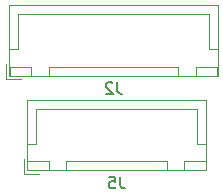
<source format=gbo>
%TF.GenerationSoftware,KiCad,Pcbnew,(5.1.10)-1*%
%TF.CreationDate,2021-11-13T22:23:51+09:00*%
%TF.ProjectId,herakuresu.line,68657261-6b75-4726-9573-752e6c696e65,rev?*%
%TF.SameCoordinates,Original*%
%TF.FileFunction,Legend,Bot*%
%TF.FilePolarity,Positive*%
%FSLAX46Y46*%
G04 Gerber Fmt 4.6, Leading zero omitted, Abs format (unit mm)*
G04 Created by KiCad (PCBNEW (5.1.10)-1) date 2021-11-13 22:23:51*
%MOMM*%
%LPD*%
G01*
G04 APERTURE LIST*
%ADD10C,0.120000*%
%ADD11C,0.150000*%
%ADD12O,1.700000X1.700000*%
%ADD13R,1.700000X1.700000*%
%ADD14C,1.600000*%
%ADD15R,1.800000X1.800000*%
%ADD16C,1.800000*%
%ADD17C,1.524000*%
%ADD18O,2.000000X1.700000*%
%ADD19R,2.000000X4.000000*%
%ADD20C,1.635000*%
%ADD21R,2.000000X1.905000*%
%ADD22O,2.000000X1.905000*%
%ADD23O,1.500000X2.700000*%
%ADD24O,1.700000X2.000000*%
%ADD25C,2.700000*%
%ADD26O,1.700000X1.950000*%
G04 APERTURE END LIST*
D10*
%TO.C,J5*%
X160724985Y-74824967D02*
X160724985Y-73574967D01*
X161974985Y-74824967D02*
X160724985Y-74824967D01*
X175374985Y-69324967D02*
X168574985Y-69324967D01*
X175374985Y-72274967D02*
X175374985Y-69324967D01*
X176124985Y-72274967D02*
X175374985Y-72274967D01*
X161774985Y-69324967D02*
X168574985Y-69324967D01*
X161774985Y-72274967D02*
X161774985Y-69324967D01*
X161024985Y-72274967D02*
X161774985Y-72274967D01*
X176124985Y-74524967D02*
X174324985Y-74524967D01*
X176124985Y-73774967D02*
X176124985Y-74524967D01*
X174324985Y-73774967D02*
X176124985Y-73774967D01*
X174324985Y-74524967D02*
X174324985Y-73774967D01*
X162824985Y-74524967D02*
X161024985Y-74524967D01*
X162824985Y-73774967D02*
X162824985Y-74524967D01*
X161024985Y-73774967D02*
X162824985Y-73774967D01*
X161024985Y-74524967D02*
X161024985Y-73774967D01*
X172824985Y-74524967D02*
X164324985Y-74524967D01*
X172824985Y-73774967D02*
X172824985Y-74524967D01*
X164324985Y-73774967D02*
X172824985Y-73774967D01*
X164324985Y-74524967D02*
X164324985Y-73774967D01*
X176134985Y-74534967D02*
X161014985Y-74534967D01*
X176134985Y-68564967D02*
X176134985Y-74534967D01*
X161014985Y-68564967D02*
X176134985Y-68564967D01*
X161014985Y-74534967D02*
X161014985Y-68564967D01*
%TO.C,J2*%
X159224985Y-66824967D02*
X159224985Y-65574967D01*
X160474985Y-66824967D02*
X159224985Y-66824967D01*
X176374985Y-61324967D02*
X168324985Y-61324967D01*
X176374985Y-64274967D02*
X176374985Y-61324967D01*
X177124985Y-64274967D02*
X176374985Y-64274967D01*
X160274985Y-61324967D02*
X168324985Y-61324967D01*
X160274985Y-64274967D02*
X160274985Y-61324967D01*
X159524985Y-64274967D02*
X160274985Y-64274967D01*
X177124985Y-66524967D02*
X175324985Y-66524967D01*
X177124985Y-65774967D02*
X177124985Y-66524967D01*
X175324985Y-65774967D02*
X177124985Y-65774967D01*
X175324985Y-66524967D02*
X175324985Y-65774967D01*
X161324985Y-66524967D02*
X159524985Y-66524967D01*
X161324985Y-65774967D02*
X161324985Y-66524967D01*
X159524985Y-65774967D02*
X161324985Y-65774967D01*
X159524985Y-66524967D02*
X159524985Y-65774967D01*
X173824985Y-66524967D02*
X162824985Y-66524967D01*
X173824985Y-65774967D02*
X173824985Y-66524967D01*
X162824985Y-65774967D02*
X173824985Y-65774967D01*
X162824985Y-66524967D02*
X162824985Y-65774967D01*
X177134985Y-66534967D02*
X159514985Y-66534967D01*
X177134985Y-60564967D02*
X177134985Y-66534967D01*
X159514985Y-60564967D02*
X177134985Y-60564967D01*
X159514985Y-66534967D02*
X159514985Y-60564967D01*
%TO.C,J5*%
D11*
X168908318Y-75077347D02*
X168908318Y-75791633D01*
X168955937Y-75934490D01*
X169051175Y-76029728D01*
X169194032Y-76077347D01*
X169289270Y-76077347D01*
X167955937Y-75077347D02*
X168432127Y-75077347D01*
X168479746Y-75553538D01*
X168432127Y-75505919D01*
X168336889Y-75458300D01*
X168098794Y-75458300D01*
X168003556Y-75505919D01*
X167955937Y-75553538D01*
X167908318Y-75648776D01*
X167908318Y-75886871D01*
X167955937Y-75982109D01*
X168003556Y-76029728D01*
X168098794Y-76077347D01*
X168336889Y-76077347D01*
X168432127Y-76029728D01*
X168479746Y-75982109D01*
%TO.C,J2*%
X168658318Y-67077347D02*
X168658318Y-67791633D01*
X168705937Y-67934490D01*
X168801175Y-68029728D01*
X168944032Y-68077347D01*
X169039270Y-68077347D01*
X168229746Y-67172586D02*
X168182127Y-67124967D01*
X168086889Y-67077347D01*
X167848794Y-67077347D01*
X167753556Y-67124967D01*
X167705937Y-67172586D01*
X167658318Y-67267824D01*
X167658318Y-67363062D01*
X167705937Y-67505919D01*
X168277365Y-68077347D01*
X167658318Y-68077347D01*
%TD*%
%LPC*%
D12*
%TO.C,REF\u002A\u002A*%
X186714985Y-78434968D03*
X186714985Y-75894968D03*
X186714985Y-73354968D03*
X186714985Y-70814968D03*
X186714985Y-68274968D03*
X186714985Y-65734968D03*
X186714985Y-63194968D03*
X186714985Y-60654968D03*
D13*
X186714985Y-58114968D03*
%TD*%
%TO.C,REF\u002A\u002A*%
X191794985Y-58114968D03*
D12*
X189254985Y-58114968D03*
X191794985Y-60654968D03*
X189254985Y-60654968D03*
X191794985Y-63194968D03*
X189254985Y-63194968D03*
X191794985Y-65734968D03*
X189254985Y-65734968D03*
X191794985Y-68274968D03*
X189254985Y-68274968D03*
X191794985Y-70814968D03*
X189254985Y-70814968D03*
X191794985Y-73354968D03*
X189254985Y-73354968D03*
X191794985Y-75894968D03*
X189254985Y-75894968D03*
X191794985Y-78434968D03*
X189254985Y-78434968D03*
%TD*%
D13*
%TO.C,REF\u002A\u002A*%
X196874985Y-58114968D03*
D12*
X194334985Y-58114968D03*
X196874985Y-60654968D03*
X194334985Y-60654968D03*
X196874985Y-63194968D03*
X194334985Y-63194968D03*
X196874985Y-65734968D03*
X194334985Y-65734968D03*
X196874985Y-68274968D03*
X194334985Y-68274968D03*
X196874985Y-70814968D03*
X194334985Y-70814968D03*
X196874985Y-73354968D03*
X194334985Y-73354968D03*
X196874985Y-75894968D03*
X194334985Y-75894968D03*
X196874985Y-78434968D03*
X194334985Y-78434968D03*
%TD*%
D13*
%TO.C,REF\u002A\u002A*%
X201954985Y-58114968D03*
D12*
X199414985Y-58114968D03*
X201954985Y-60654968D03*
X199414985Y-60654968D03*
X201954985Y-63194968D03*
X199414985Y-63194968D03*
X201954985Y-65734968D03*
X199414985Y-65734968D03*
X201954985Y-68274968D03*
X199414985Y-68274968D03*
X201954985Y-70814968D03*
X199414985Y-70814968D03*
X201954985Y-73354968D03*
X199414985Y-73354968D03*
X201954985Y-75894968D03*
X199414985Y-75894968D03*
X201954985Y-78434968D03*
X199414985Y-78434968D03*
%TD*%
%TO.C,REF\u002A\u002A*%
X204494985Y-78434968D03*
X207034985Y-78434968D03*
X204494985Y-75894968D03*
X207034985Y-75894968D03*
X204494985Y-73354968D03*
X207034985Y-73354968D03*
X204494985Y-70814968D03*
X207034985Y-70814968D03*
X204494985Y-68274968D03*
X207034985Y-68274968D03*
X204494985Y-65734968D03*
X207034985Y-65734968D03*
X204494985Y-63194968D03*
X207034985Y-63194968D03*
X204494985Y-60654968D03*
X207034985Y-60654968D03*
X204494985Y-58114968D03*
D13*
X207034985Y-58114968D03*
%TD*%
%TO.C,REF\u002A\u002A*%
X146769985Y-80904968D03*
%TD*%
%TO.C,REF\u002A\u002A*%
X141689985Y-75824968D03*
%TD*%
%TO.C,REF\u002A\u002A*%
X139149985Y-73284968D03*
D12*
X139149985Y-75824968D03*
%TD*%
D13*
%TO.C,REF\u002A\u002A*%
X136609985Y-73284968D03*
D12*
X136609985Y-75824968D03*
%TD*%
D13*
%TO.C,REF\u002A\u002A*%
X134069985Y-73284968D03*
D12*
X134069985Y-75824968D03*
%TD*%
D13*
%TO.C,REF\u002A\u002A*%
X144229985Y-78364968D03*
D12*
X144229985Y-80904968D03*
%TD*%
%TO.C,REF\u002A\u002A*%
X141689985Y-80904968D03*
D13*
X141689985Y-78364968D03*
%TD*%
D12*
%TO.C,REF\u002A\u002A*%
X154389985Y-101224968D03*
X154389985Y-98684968D03*
X154389985Y-96144968D03*
X154389985Y-93604968D03*
X154389985Y-91064968D03*
D13*
X154389985Y-88524968D03*
%TD*%
D12*
%TO.C,REF\u002A\u002A*%
X126449985Y-101224968D03*
X126449985Y-98684968D03*
X126449985Y-96144968D03*
X126449985Y-93604968D03*
X126449985Y-91064968D03*
D13*
X126449985Y-88524968D03*
%TD*%
D12*
%TO.C,REF\u002A\u002A*%
X139149985Y-80904968D03*
X139149985Y-78364968D03*
X136609985Y-80904968D03*
X136609985Y-78364968D03*
X134069985Y-80904968D03*
X134069985Y-78364968D03*
X131529985Y-80904968D03*
X131529985Y-78364968D03*
X128989985Y-80904968D03*
X128989985Y-78364968D03*
X126449985Y-80904968D03*
D13*
X126449985Y-78364968D03*
%TD*%
%TO.C,REF\u002A\u002A*%
X149309985Y-85984968D03*
D12*
X149309985Y-83444968D03*
X146769985Y-85984968D03*
X146769985Y-83444968D03*
X144229985Y-85984968D03*
X144229985Y-83444968D03*
X141689985Y-85984968D03*
X141689985Y-83444968D03*
X139149985Y-85984968D03*
X139149985Y-83444968D03*
X136609985Y-85984968D03*
X136609985Y-83444968D03*
X134069985Y-85984968D03*
X134069985Y-83444968D03*
X131529985Y-85984968D03*
X131529985Y-83444968D03*
X128989985Y-85984968D03*
X128989985Y-83444968D03*
X126449985Y-85984968D03*
X126449985Y-83444968D03*
%TD*%
D13*
%TO.C,REF\u002A\u002A*%
X128989985Y-88524968D03*
D12*
X128989985Y-91064968D03*
X131529985Y-88524968D03*
X131529985Y-91064968D03*
X134069985Y-88524968D03*
X134069985Y-91064968D03*
X136609985Y-88524968D03*
X136609985Y-91064968D03*
X139149985Y-88524968D03*
X139149985Y-91064968D03*
X141689985Y-88524968D03*
X141689985Y-91064968D03*
X144229985Y-88524968D03*
X144229985Y-91064968D03*
X146769985Y-88524968D03*
X146769985Y-91064968D03*
X149309985Y-88524968D03*
X149309985Y-91064968D03*
X151849985Y-88524968D03*
X151849985Y-91064968D03*
%TD*%
D13*
%TO.C,REF\u002A\u002A*%
X128989985Y-93604968D03*
D12*
X128989985Y-96144968D03*
X131529985Y-93604968D03*
X131529985Y-96144968D03*
X134069985Y-93604968D03*
X134069985Y-96144968D03*
X136609985Y-93604968D03*
X136609985Y-96144968D03*
X139149985Y-93604968D03*
X139149985Y-96144968D03*
X141689985Y-93604968D03*
X141689985Y-96144968D03*
X144229985Y-93604968D03*
X144229985Y-96144968D03*
X146769985Y-93604968D03*
X146769985Y-96144968D03*
X149309985Y-93604968D03*
X149309985Y-96144968D03*
X151849985Y-93604968D03*
X151849985Y-96144968D03*
%TD*%
D13*
%TO.C,REF\u002A\u002A*%
X128989985Y-98684968D03*
D12*
X128989985Y-101224968D03*
X131529985Y-98684968D03*
X131529985Y-101224968D03*
X134069985Y-98684968D03*
X134069985Y-101224968D03*
X136609985Y-98684968D03*
X136609985Y-101224968D03*
X139149985Y-98684968D03*
X139149985Y-101224968D03*
X141689985Y-98684968D03*
X141689985Y-101224968D03*
X144229985Y-98684968D03*
X144229985Y-101224968D03*
X146769985Y-98684968D03*
X146769985Y-101224968D03*
X149309985Y-98684968D03*
X149309985Y-101224968D03*
X151849985Y-98684968D03*
X151849985Y-101224968D03*
%TD*%
%TO.C,REF\u002A\u002A*%
X151849985Y-106304968D03*
X151849985Y-103764968D03*
X149309985Y-106304968D03*
X149309985Y-103764968D03*
X146769985Y-106304968D03*
X146769985Y-103764968D03*
X144229985Y-106304968D03*
X144229985Y-103764968D03*
X141689985Y-106304968D03*
X141689985Y-103764968D03*
X139149985Y-106304968D03*
X139149985Y-103764968D03*
X136609985Y-106304968D03*
X136609985Y-103764968D03*
X134069985Y-106304968D03*
X134069985Y-103764968D03*
X131529985Y-106304968D03*
X131529985Y-103764968D03*
X128989985Y-106304968D03*
D13*
X128989985Y-103764968D03*
%TD*%
D12*
%TO.C,REF\u002A\u002A*%
X119464985Y-60584968D03*
X116924985Y-60584968D03*
X119464985Y-63124968D03*
X116924985Y-63124968D03*
X119464985Y-65664968D03*
X116924985Y-65664968D03*
X119464985Y-68204968D03*
X116924985Y-68204968D03*
X119464985Y-70744968D03*
X116924985Y-70744968D03*
X119464985Y-73284968D03*
X116924985Y-73284968D03*
X119464985Y-75824968D03*
X116924985Y-75824968D03*
X119464985Y-78364968D03*
X116924985Y-78364968D03*
X119464985Y-80904968D03*
X116924985Y-80904968D03*
X119464985Y-83444968D03*
X116924985Y-83444968D03*
X119464985Y-85984968D03*
X116924985Y-85984968D03*
X119464985Y-88524968D03*
X116924985Y-88524968D03*
X119464985Y-91064968D03*
X116924985Y-91064968D03*
X119464985Y-93604968D03*
X116924985Y-93604968D03*
X119464985Y-96144968D03*
X116924985Y-96144968D03*
X119464985Y-98684968D03*
X116924985Y-98684968D03*
X119464985Y-101224968D03*
X116924985Y-101224968D03*
X119464985Y-103764968D03*
X116924985Y-103764968D03*
X119464985Y-106304968D03*
D13*
X116924985Y-106304968D03*
%TD*%
D12*
%TO.C,REF\u002A\u002A*%
X114384985Y-60584968D03*
X111844985Y-60584968D03*
X114384985Y-63124968D03*
X111844985Y-63124968D03*
X114384985Y-65664968D03*
X111844985Y-65664968D03*
X114384985Y-68204968D03*
X111844985Y-68204968D03*
X114384985Y-70744968D03*
X111844985Y-70744968D03*
X114384985Y-73284968D03*
X111844985Y-73284968D03*
X114384985Y-75824968D03*
X111844985Y-75824968D03*
X114384985Y-78364968D03*
X111844985Y-78364968D03*
X114384985Y-80904968D03*
X111844985Y-80904968D03*
X114384985Y-83444968D03*
X111844985Y-83444968D03*
X114384985Y-85984968D03*
X111844985Y-85984968D03*
X114384985Y-88524968D03*
X111844985Y-88524968D03*
X114384985Y-91064968D03*
X111844985Y-91064968D03*
X114384985Y-93604968D03*
X111844985Y-93604968D03*
X114384985Y-96144968D03*
X111844985Y-96144968D03*
X114384985Y-98684968D03*
X111844985Y-98684968D03*
X114384985Y-101224968D03*
X111844985Y-101224968D03*
X114384985Y-103764968D03*
X111844985Y-103764968D03*
X114384985Y-106304968D03*
D13*
X111844985Y-106304968D03*
%TD*%
D14*
%TO.C,C1*%
X179784986Y-130489664D03*
X177284986Y-130489664D03*
%TD*%
D15*
%TO.C,D1*%
X175094986Y-124494664D03*
D16*
X175094986Y-127034664D03*
%TD*%
D17*
%TO.C,U4*%
X179324986Y-91179664D03*
X181864986Y-91179664D03*
X181864986Y-86099664D03*
X179324986Y-86099664D03*
%TD*%
%TO.C,U2*%
X179324986Y-115179664D03*
X181864986Y-115179664D03*
X181864986Y-110099664D03*
X179324986Y-110099664D03*
%TD*%
%TO.C,U3*%
X179324986Y-103179664D03*
X181864986Y-103179664D03*
X181864986Y-98099664D03*
X179324986Y-98099664D03*
%TD*%
D15*
%TO.C,D2*%
X175094986Y-111429664D03*
D16*
X175094986Y-113969664D03*
%TD*%
D17*
%TO.C,U1*%
X179324986Y-128179664D03*
X181864986Y-128179664D03*
X181864986Y-123099664D03*
X179324986Y-123099664D03*
%TD*%
D15*
%TO.C,D4*%
X175094986Y-87569664D03*
D16*
X175094986Y-90109664D03*
%TD*%
D15*
%TO.C,D3*%
X175094986Y-99364664D03*
D16*
X175094986Y-101904664D03*
%TD*%
D13*
%TO.C,J1*%
X182324986Y-133164664D03*
D12*
X179784986Y-133164664D03*
X177244986Y-133164664D03*
X174704986Y-133164664D03*
%TD*%
D14*
%TO.C,C1*%
X190364985Y-114249968D03*
X192864985Y-114249968D03*
%TD*%
D15*
%TO.C,D1*%
X195054985Y-120244968D03*
D16*
X195054985Y-117704968D03*
%TD*%
D17*
%TO.C,U2*%
X190824985Y-128559968D03*
X188284985Y-128559968D03*
X188284985Y-133639968D03*
X190824985Y-133639968D03*
%TD*%
%TO.C,U3*%
X190824985Y-141559968D03*
X188284985Y-141559968D03*
X188284985Y-146639968D03*
X190824985Y-146639968D03*
%TD*%
D15*
%TO.C,D2*%
X195054985Y-132309968D03*
D16*
X195054985Y-129769968D03*
%TD*%
D17*
%TO.C,U1*%
X190824985Y-116559968D03*
X188284985Y-116559968D03*
X188284985Y-121639968D03*
X190824985Y-121639968D03*
%TD*%
D15*
%TO.C,D3*%
X195054985Y-145374968D03*
D16*
X195054985Y-142834968D03*
%TD*%
D13*
%TO.C,J1*%
X187824985Y-111574968D03*
D12*
X190364985Y-111574968D03*
X192904985Y-111574968D03*
X195444985Y-111574968D03*
%TD*%
D17*
%TO.C,U1*%
X203807493Y-103827484D03*
X201267493Y-103827484D03*
X201267493Y-98747484D03*
X203807493Y-98747484D03*
%TD*%
%TO.C,U2*%
X203807493Y-117827484D03*
X201267493Y-117827484D03*
X201267493Y-112747484D03*
X203807493Y-112747484D03*
%TD*%
%TO.C,U3*%
X203807493Y-131827484D03*
X201267493Y-131827484D03*
X201267493Y-126747484D03*
X203807493Y-126747484D03*
%TD*%
%TO.C,U4*%
X203807493Y-145827484D03*
X201267493Y-145827484D03*
X201267493Y-140747484D03*
X203807493Y-140747484D03*
%TD*%
D12*
%TO.C,J1*%
X208427493Y-93762484D03*
X205887493Y-93762484D03*
X203347493Y-93762484D03*
D13*
X200807493Y-93762484D03*
%TD*%
D16*
%TO.C,D4*%
X208037493Y-141817484D03*
D15*
X208037493Y-144357484D03*
%TD*%
D16*
%TO.C,D3*%
X208037493Y-128022484D03*
D15*
X208037493Y-130562484D03*
%TD*%
D16*
%TO.C,D2*%
X208037493Y-113957484D03*
D15*
X208037493Y-116497484D03*
%TD*%
D16*
%TO.C,D1*%
X208037493Y-99892484D03*
D15*
X208037493Y-102432484D03*
%TD*%
D14*
%TO.C,C1*%
X205847493Y-96437484D03*
X203347493Y-96437484D03*
%TD*%
%TO.C,C2*%
X149692499Y-117045651D03*
X149692499Y-114545651D03*
%TD*%
%TO.C,J8*%
G36*
G01*
X120554498Y-127411651D02*
X122054498Y-127411651D01*
G75*
G02*
X122304498Y-127661651I0J-250000D01*
G01*
X122304498Y-128861651D01*
G75*
G02*
X122054498Y-129111651I-250000J0D01*
G01*
X120554498Y-129111651D01*
G75*
G02*
X120304498Y-128861651I0J250000D01*
G01*
X120304498Y-127661651D01*
G75*
G02*
X120554498Y-127411651I250000J0D01*
G01*
G37*
D18*
X121304498Y-130761651D03*
%TD*%
D19*
%TO.C,MES2*%
X133438499Y-131657651D03*
X136938499Y-131657651D03*
%TD*%
D20*
%TO.C,SW1*%
X166964499Y-127205651D03*
X166964499Y-124665651D03*
X166964499Y-122125651D03*
%TD*%
%TO.C,J1*%
G36*
G01*
X148410499Y-131611651D02*
X146910499Y-131611651D01*
G75*
G02*
X146660499Y-131361651I0J250000D01*
G01*
X146660499Y-130161651D01*
G75*
G02*
X146910499Y-129911651I250000J0D01*
G01*
X148410499Y-129911651D01*
G75*
G02*
X148660499Y-130161651I0J-250000D01*
G01*
X148660499Y-131361651D01*
G75*
G02*
X148410499Y-131611651I-250000J0D01*
G01*
G37*
D18*
X147660499Y-128261651D03*
%TD*%
D21*
%TO.C,U7*%
X145120499Y-114505651D03*
D22*
X145120499Y-117045651D03*
X145120499Y-119585651D03*
%TD*%
D23*
%TO.C,F2*%
X124046499Y-121109651D03*
X120346499Y-121109651D03*
X116046499Y-121109651D03*
X112346499Y-121109651D03*
%TD*%
D19*
%TO.C,MES1*%
X161578498Y-131657651D03*
X165078498Y-131657651D03*
%TD*%
D20*
%TO.C,SW2*%
X113116499Y-131777651D03*
X113116499Y-129237651D03*
X113116499Y-126697651D03*
%TD*%
%TO.C,BT1*%
G36*
G01*
X163242499Y-113755651D02*
X163242499Y-115255651D01*
G75*
G02*
X162992499Y-115505651I-250000J0D01*
G01*
X161792499Y-115505651D01*
G75*
G02*
X161542499Y-115255651I0J250000D01*
G01*
X161542499Y-113755651D01*
G75*
G02*
X161792499Y-113505651I250000J0D01*
G01*
X162992499Y-113505651D01*
G75*
G02*
X163242499Y-113755651I0J-250000D01*
G01*
G37*
D24*
X159892499Y-114505651D03*
%TD*%
%TO.C,J11*%
G36*
G01*
X128174498Y-127371651D02*
X129674498Y-127371651D01*
G75*
G02*
X129924498Y-127621651I0J-250000D01*
G01*
X129924498Y-128821651D01*
G75*
G02*
X129674498Y-129071651I-250000J0D01*
G01*
X128174498Y-129071651D01*
G75*
G02*
X127924498Y-128821651I0J250000D01*
G01*
X127924498Y-127621651D01*
G75*
G02*
X128174498Y-127371651I250000J0D01*
G01*
G37*
D18*
X128924498Y-130721651D03*
%TD*%
%TO.C,BT2*%
G36*
G01*
X125134499Y-111881652D02*
X125134499Y-114081650D01*
G75*
G02*
X124884498Y-114331651I-250001J0D01*
G01*
X122684500Y-114331651D01*
G75*
G02*
X122434499Y-114081650I0J250001D01*
G01*
X122434499Y-111881652D01*
G75*
G02*
X122684500Y-111631651I250001J0D01*
G01*
X124884498Y-111631651D01*
G75*
G02*
X125134499Y-111881652I0J-250001D01*
G01*
G37*
D25*
X119824499Y-112981651D03*
%TD*%
%TO.C,J2*%
G36*
G01*
X156538499Y-131611651D02*
X155038499Y-131611651D01*
G75*
G02*
X154788499Y-131361651I0J250000D01*
G01*
X154788499Y-130161651D01*
G75*
G02*
X155038499Y-129911651I250000J0D01*
G01*
X156538499Y-129911651D01*
G75*
G02*
X156788499Y-130161651I0J-250000D01*
G01*
X156788499Y-131361651D01*
G75*
G02*
X156538499Y-131611651I-250000J0D01*
G01*
G37*
D18*
X155788499Y-128261651D03*
%TD*%
D14*
%TO.C,C1*%
X139024499Y-119585651D03*
X139024499Y-117085651D03*
%TD*%
D23*
%TO.C,F1*%
X149938499Y-121617651D03*
X153638499Y-121617651D03*
X157938499Y-121617651D03*
X161638499Y-121617651D03*
%TD*%
D13*
%TO.C,J1*%
X157574985Y-72574967D03*
D12*
X157574985Y-70034967D03*
X157574985Y-67494967D03*
X157574985Y-64954967D03*
%TD*%
D13*
%TO.C,J4*%
X179574985Y-64954967D03*
D12*
X179574985Y-67494967D03*
X179574985Y-70034967D03*
X179574985Y-72574967D03*
%TD*%
%TO.C,J5*%
G36*
G01*
X162724985Y-72799967D02*
X162724985Y-71349967D01*
G75*
G02*
X162974985Y-71099967I250000J0D01*
G01*
X164174985Y-71099967D01*
G75*
G02*
X164424985Y-71349967I0J-250000D01*
G01*
X164424985Y-72799967D01*
G75*
G02*
X164174985Y-73049967I-250000J0D01*
G01*
X162974985Y-73049967D01*
G75*
G02*
X162724985Y-72799967I0J250000D01*
G01*
G37*
D26*
X166074985Y-72074967D03*
X168574985Y-72074967D03*
X171074985Y-72074967D03*
X173574985Y-72074967D03*
%TD*%
D13*
%TO.C,J6*%
X172074985Y-79574967D03*
D12*
X169534985Y-79574967D03*
X166994985Y-79574967D03*
X164454985Y-79574967D03*
%TD*%
%TO.C,J2*%
G36*
G01*
X161224985Y-64799967D02*
X161224985Y-63349967D01*
G75*
G02*
X161474985Y-63099967I250000J0D01*
G01*
X162674985Y-63099967D01*
G75*
G02*
X162924985Y-63349967I0J-250000D01*
G01*
X162924985Y-64799967D01*
G75*
G02*
X162674985Y-65049967I-250000J0D01*
G01*
X161474985Y-65049967D01*
G75*
G02*
X161224985Y-64799967I0J250000D01*
G01*
G37*
D26*
X164574985Y-64074967D03*
X167074985Y-64074967D03*
X169574985Y-64074967D03*
X172074985Y-64074967D03*
X174574985Y-64074967D03*
%TD*%
D13*
%TO.C,J3*%
X165074985Y-57574967D03*
D12*
X167614985Y-57574967D03*
X170154985Y-57574967D03*
X172694985Y-57574967D03*
%TD*%
M02*

</source>
